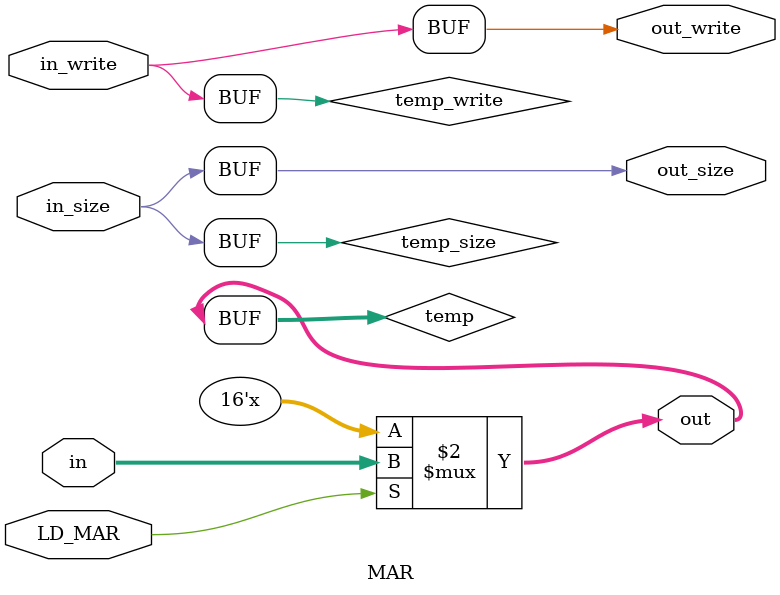
<source format=v>
module MAR(in, out, LD_MAR, in_size, out_size, in_write, out_write);
input [15:0] in;
input in_size, in_write;
output [15:0] out;
reg [15:0]temp;
reg temp_size,temp_write;
output out_size, out_write;
input LD_MAR;

always @(LD_MAR or in)
begin
	if (LD_MAR)
		temp <= in;
		temp_size <= in_size;
		temp_write <= in_write;
end

assign out=temp;
assign out_size=temp_size;
assign out_write=temp_write;
endmodule
		

</source>
